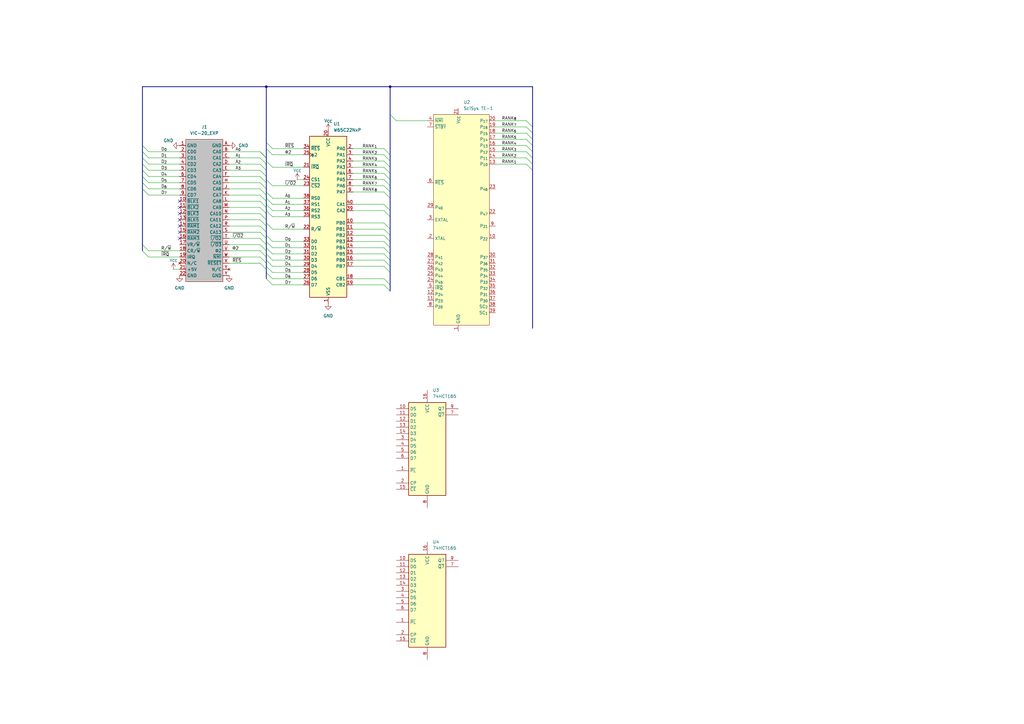
<source format=kicad_sch>
(kicad_sch (version 20250114) (generator "eeschema") (generator_version "9.0")
  (paper "A3")
  (title_block (title "Chess Processing Unit for VIC-20") (date "10/JAN/2026") (rev "WIP") (company "Brett Hallen"))
  (lib_symbols
    (symbol "65xx-library:W65C22NxP"
      (property "Reference" "U" (at 2.54 38.1 0))
      (property "Value" "W65C22NxP" (at 2.54 35.56 0))
      (symbol "W65C22NxP_0_1"
        (rectangle (start -7.62 33.02) (end 7.62 -33.02) (stroke (width 0.254)) (fill (type background)))
      )
      (symbol "W65C22NxP_1_1"
        (pin input line (at -10.16 27.94 0) (length 2.54) (name "~{RES}") (number "34"))
        (pin input clock (at -10.16 25.4 0) (length 2.54) (name "ϕ2") (number "25"))
        (pin open_collector line (at -10.16 20.32 0) (length 2.54) (name "~{IRQ}") (number "21"))
        (pin input line (at -10.16 15.24 0) (length 2.54) (name "CS1") (number "24"))
        (pin input line (at -10.16 12.7 0) (length 2.54) (name "~{CS2}") (number "23"))
        (pin input line (at -10.16 7.62 0) (length 2.54) (name "RS0") (number "38"))
        (pin input line (at -10.16 5.08 0) (length 2.54) (name "RS1") (number "37"))
        (pin input line (at -10.16 2.54 0) (length 2.54) (name "RS2") (number "36"))
        (pin input line (at -10.16 0 0) (length 2.54) (name "RS3") (number "35"))
        (pin input line (at -10.16 -5.08 0) (length 2.54) (name "R/~{W}") (number "22"))
        (pin bidirectional line (at -10.16 -10.16 0) (length 2.54) (name "D0") (number "33"))
        (pin bidirectional line (at -10.16 -12.7 0) (length 2.54) (name "D1") (number "32"))
        (pin bidirectional line (at -10.16 -15.24 0) (length 2.54) (name "D2") (number "31"))
        (pin bidirectional line (at -10.16 -17.78 0) (length 2.54) (name "D3") (number "30"))
        (pin bidirectional line (at -10.16 -20.32 0) (length 2.54) (name "D4") (number "29"))
        (pin bidirectional line (at -10.16 -22.86 0) (length 2.54) (name "D5") (number "28"))
        (pin bidirectional line (at -10.16 -25.4 0) (length 2.54) (name "D6") (number "27"))
        (pin bidirectional line (at -10.16 -27.94 0) (length 2.54) (name "D7") (number "26"))
        (pin power_in line (at 0 35.56 270) (length 2.54) (name "VCC") (number "20"))
        (pin power_in line (at 0 -35.56 90) (length 2.54) (name "VSS") (number "1"))
        (pin bidirectional line (at 10.16 27.94 180) (length 2.54) (name "PA0") (number "2"))
        (pin bidirectional line (at 10.16 25.4 180) (length 2.54) (name "PA1") (number "3"))
        (pin bidirectional line (at 10.16 22.86 180) (length 2.54) (name "PA2") (number "4"))
        (pin bidirectional line (at 10.16 20.32 180) (length 2.54) (name "PA3") (number "5"))
        (pin bidirectional line (at 10.16 17.78 180) (length 2.54) (name "PA4") (number "6"))
        (pin bidirectional line (at 10.16 15.24 180) (length 2.54) (name "PA5") (number "7"))
        (pin bidirectional line (at 10.16 12.7 180) (length 2.54) (name "PA6") (number "8"))
        (pin bidirectional line (at 10.16 10.16 180) (length 2.54) (name "PA7") (number "9"))
        (pin input line (at 10.16 5.08 180) (length 2.54) (name "CA1") (number "40"))
        (pin bidirectional line (at 10.16 2.54 180) (length 2.54) (name "CA2") (number "39"))
        (pin bidirectional line (at 10.16 -2.54 180) (length 2.54) (name "PB0") (number "10"))
        (pin bidirectional line (at 10.16 -5.08 180) (length 2.54) (name "PB1") (number "11"))
        (pin bidirectional line (at 10.16 -7.62 180) (length 2.54) (name "PB2") (number "12"))
        (pin bidirectional line (at 10.16 -10.16 180) (length 2.54) (name "PB3") (number "13"))
        (pin bidirectional line (at 10.16 -12.7 180) (length 2.54) (name "PB4") (number "14"))
        (pin bidirectional line (at 10.16 -15.24 180) (length 2.54) (name "PB5") (number "15"))
        (pin bidirectional line (at 10.16 -17.78 180) (length 2.54) (name "PB6") (number "16"))
        (pin bidirectional line (at 10.16 -20.32 180) (length 2.54) (name "PB7") (number "17"))
        (pin input line (at 10.16 -25.4 180) (length 2.54) (name "CB1") (number "18"))
        (pin bidirectional line (at 10.16 -27.94 180) (length 2.54) (name "CB2") (number "19"))
      )
    )
    (symbol "74xx:74LS165"
      (property "Reference" "U" (at -7.62 19.05 0))
      (property "Value" "74LS165" (at -7.62 -21.59 0))
      (symbol "74LS165_1_0"
        (pin input line (at -12.7 15.24 0) (length 5.08) (name "DS") (number "10"))
        (pin input line (at -12.7 12.7 0) (length 5.08) (name "D0") (number "11"))
        (pin input line (at -12.7 10.16 0) (length 5.08) (name "D1") (number "12"))
        (pin input line (at -12.7 7.62 0) (length 5.08) (name "D2") (number "13"))
        (pin input line (at -12.7 5.08 0) (length 5.08) (name "D3") (number "14"))
        (pin input line (at -12.7 2.54 0) (length 5.08) (name "D4") (number "3"))
        (pin input line (at -12.7 0 0) (length 5.08) (name "D5") (number "4"))
        (pin input line (at -12.7 -2.54 0) (length 5.08) (name "D6") (number "5"))
        (pin input line (at -12.7 -5.08 0) (length 5.08) (name "D7") (number "6"))
        (pin input line (at -12.7 -10.16 0) (length 5.08) (name "~{PL}") (number "1"))
        (pin input line (at -12.7 -15.24 0) (length 5.08) (name "CP") (number "2"))
        (pin input line (at -12.7 -17.78 0) (length 5.08) (name "~{CE}") (number "15"))
        (pin power_in line (at 0 22.86 270) (length 5.08) (name "VCC") (number "16"))
        (pin power_in line (at 0 -25.4 90) (length 5.08) (name "GND") (number "8"))
        (pin output line (at 12.7 15.24 180) (length 5.08) (name "Q7") (number "9"))
        (pin output line (at 12.7 12.7 180) (length 5.08) (name "~{Q7}") (number "7"))
      )
      (symbol "74LS165_1_1"
        (rectangle (start -7.62 17.78) (end 7.62 -20.32) (stroke (width 0.254)) (fill (type background)))
      )
    )
    (symbol "Clueless_Engineer:SciSys TE-1"
      (property "Reference" "U" (at -10.16 -2.54 0))
      (property "Value" "SciSys TE-1" (at 10.16 -2.54 0))
      (symbol "SciSys TE-1_1_1"
        (text_box "" (at -10.16 -5.08 0) (size 22.86 -86.36) (margins 1.016 1.016 1.016 1.016) (fill (type color) (color 255 255 194 1)) (effects (font (size 1.27 1.27)) (justify left top)))
        (pin input line (at -12.7 -7.62 0) (length 2.54) (name "~{NMI}") (number "4"))
        (pin input line (at -12.7 -10.16 0) (length 2.54) (name "~{STBY}") (number "7"))
        (pin input line (at -12.7 -33.02 0) (length 2.54) (name "~{RES}") (number "6"))
        (pin bidirectional line (at -12.7 -43.18 0) (length 2.54) (name "P_{40}") (number "29"))
        (pin passive line (at -12.7 -48.26 0) (length 2.54) (name "EXTAL") (number "3"))
        (pin passive line (at -12.7 -55.88 0) (length 2.54) (name "XTAL") (number "2"))
        (pin bidirectional line (at -12.7 -63.5 0) (length 2.54) (name "P_{41}") (number "28"))
        (pin bidirectional line (at -12.7 -66.04 0) (length 2.54) (name "P_{42}") (number "27"))
        (pin bidirectional line (at -12.7 -68.58 0) (length 2.54) (name "P_{43}") (number "26"))
        (pin bidirectional line (at -12.7 -71.12 0) (length 2.54) (name "P_{44}") (number "25"))
        (pin bidirectional line (at -12.7 -73.66 0) (length 2.54) (name "P_{45}") (number "24"))
        (pin input line (at -12.7 -76.2 0) (length 2.54) (name "~{IRQ}") (number "5"))
        (pin input line (at -12.7 -78.74 0) (length 2.54) (name "P_{24}") (number "12"))
        (pin input line (at -12.7 -81.28 0) (length 2.54) (name "P_{23}") (number "11"))
        (pin input line (at -12.7 -83.82 0) (length 2.54) (name "P_{20}") (number "8"))
        (pin power_in line (at 0 -2.54 270) (length 2.54) (name "V_{CC}") (number "21"))
        (pin power_in line (at 0 -93.98 90) (length 2.54) (name "GND") (number "1"))
        (pin bidirectional line (at 15.24 -7.62 180) (length 2.54) (name "P_{17}") (number "20"))
        (pin bidirectional line (at 15.24 -10.16 180) (length 2.54) (name "P_{16}") (number "19"))
        (pin bidirectional line (at 15.24 -12.7 180) (length 2.54) (name "P_{15}") (number "18"))
        (pin bidirectional line (at 15.24 -15.24 180) (length 2.54) (name "P_{14}") (number "17"))
        (pin bidirectional line (at 15.24 -17.78 180) (length 2.54) (name "P_{13}") (number "16"))
        (pin bidirectional line (at 15.24 -20.32 180) (length 2.54) (name "P_{12}") (number "15"))
        (pin bidirectional line (at 15.24 -22.86 180) (length 2.54) (name "P_{11}") (number "14"))
        (pin bidirectional line (at 15.24 -25.4 180) (length 2.54) (name "P_{10}") (number "13"))
        (pin bidirectional line (at 15.24 -35.56 180) (length 2.54) (name "P_{46}") (number "23"))
        (pin bidirectional line (at 15.24 -45.72 180) (length 2.54) (name "P_{47}") (number "22"))
        (pin bidirectional line (at 15.24 -50.8 180) (length 2.54) (name "P_{21}") (number "9"))
        (pin bidirectional line (at 15.24 -55.88 180) (length 2.54) (name "P_{22}") (number "10"))
        (pin bidirectional line (at 15.24 -63.5 180) (length 2.54) (name "P_{37}") (number "30"))
        (pin bidirectional line (at 15.24 -66.04 180) (length 2.54) (name "P_{36}") (number "31"))
        (pin bidirectional line (at 15.24 -68.58 180) (length 2.54) (name "P_{35}") (number "32"))
        (pin bidirectional line (at 15.24 -71.12 180) (length 2.54) (name "P_{34}") (number "33"))
        (pin bidirectional line (at 15.24 -73.66 180) (length 2.54) (name "P_{33}") (number "34"))
        (pin bidirectional line (at 15.24 -76.2 180) (length 2.54) (name "P_{32}") (number "35"))
        (pin bidirectional line (at 15.24 -78.74 180) (length 2.54) (name "P_{31}") (number "36"))
        (pin bidirectional line (at 15.24 -81.28 180) (length 2.54) (name "P_{30}") (number "37"))
        (pin output line (at 15.24 -83.82 180) (length 2.54) (name "SC_{2}") (number "38"))
        (pin input line (at 15.24 -86.36 180) (length 2.54) (name "SC_{1}") (number "39"))
      )
    )
    (symbol "Clueless_Engineer:VIC-20_EXP"
      (property "Reference" "J" (at -1.778 16.764 0))
      (property "Value" "VIC-20_EXP" (at -0.254 -45.466 0))
      (symbol "VIC-20_EXP_1_1"
        (rectangle (start -7.62 15.24) (end 7.62 -43.18) (fill (type color) (color 194 194 194 1)))
        (pin power_out line (at -10.16 12.7 0) (length 2.54) (name "GND") (number "1"))
        (pin bidirectional line (at -10.16 10.16 0) (length 2.54) (name "CD0") (number "2"))
        (pin bidirectional line (at -10.16 7.62 0) (length 2.54) (name "CD1") (number "3"))
        (pin bidirectional line (at -10.16 5.08 0) (length 2.54) (name "CD2") (number "4"))
        (pin bidirectional line (at -10.16 2.54 0) (length 2.54) (name "CD3") (number "5"))
        (pin bidirectional line (at -10.16 0 0) (length 2.54) (name "CD4") (number "6"))
        (pin bidirectional line (at -10.16 -2.54 0) (length 2.54) (name "CD5") (number "7"))
        (pin bidirectional line (at -10.16 -5.08 0) (length 2.54) (name "CD6") (number "8"))
        (pin bidirectional line (at -10.16 -7.62 0) (length 2.54) (name "CD7") (number "9"))
        (pin bidirectional line (at -10.16 -10.16 0) (length 2.54) (name "~{BLK1}") (number "10"))
        (pin bidirectional line (at -10.16 -12.7 0) (length 2.54) (name "~{BLK2}") (number "11"))
        (pin bidirectional line (at -10.16 -15.24 0) (length 2.54) (name "~{BLK3}") (number "12"))
        (pin bidirectional line (at -10.16 -17.78 0) (length 2.54) (name "~{BLK5}") (number "13"))
        (pin bidirectional line (at -10.16 -20.32 0) (length 2.54) (name "~{RAM1}") (number "14"))
        (pin bidirectional line (at -10.16 -22.86 0) (length 2.54) (name "~{RAM2}") (number "15"))
        (pin bidirectional line (at -10.16 -25.4 0) (length 2.54) (name "~{RAM3}") (number "16"))
        (pin bidirectional line (at -10.16 -27.94 0) (length 2.54) (name "VR/~{W}") (number "17"))
        (pin bidirectional line (at -10.16 -30.48 0) (length 2.54) (name "CR/~{W}") (number "18"))
        (pin bidirectional line (at -10.16 -33.02 0) (length 2.54) (name "IRQ") (number "19"))
        (pin no_connect line (at -10.16 -35.56 0) (length 2.54) (name "N/C") (number "20"))
        (pin power_out line (at -10.16 -38.1 0) (length 2.54) (name "+5V") (number "21"))
        (pin power_out line (at -10.16 -40.64 0) (length 2.54) (name "GND") (number "22"))
        (pin power_out line (at 10.16 12.7 180) (length 2.54) (name "GND") (number "A"))
        (pin bidirectional line (at 10.16 10.16 180) (length 2.54) (name "CA0") (number "B"))
        (pin bidirectional line (at 10.16 7.62 180) (length 2.54) (name "CA1") (number "C"))
        (pin bidirectional line (at 10.16 5.08 180) (length 2.54) (name "CA2") (number "D"))
        (pin bidirectional line (at 10.16 2.54 180) (length 2.54) (name "CA3") (number "E"))
        (pin bidirectional line (at 10.16 0 180) (length 2.54) (name "CA4") (number "F"))
        (pin bidirectional line (at 10.16 -2.54 180) (length 2.54) (name "CA5") (number "H"))
        (pin bidirectional line (at 10.16 -5.08 180) (length 2.54) (name "CA6") (number "J"))
        (pin bidirectional line (at 10.16 -7.62 180) (length 2.54) (name "CA7") (number "K"))
        (pin bidirectional line (at 10.16 -10.16 180) (length 2.54) (name "CA8") (number "L"))
        (pin bidirectional line (at 10.16 -12.7 180) (length 2.54) (name "CA9") (number "M"))
        (pin bidirectional line (at 10.16 -15.24 180) (length 2.54) (name "CA10") (number "N"))
        (pin bidirectional line (at 10.16 -17.78 180) (length 2.54) (name "CA11") (number "P"))
        (pin bidirectional line (at 10.16 -20.32 180) (length 2.54) (name "CA12") (number "R"))
        (pin bidirectional line (at 10.16 -22.86 180) (length 2.54) (name "CA13") (number "S"))
        (pin bidirectional line (at 10.16 -25.4 180) (length 2.54) (name "~{I/O2}") (number "T"))
        (pin bidirectional line (at 10.16 -27.94 180) (length 2.54) (name "~{I/O3}") (number "U"))
        (pin bidirectional line (at 10.16 -30.48 180) (length 2.54) (name "Φ2") (number "V"))
        (pin bidirectional line (at 10.16 -33.02 180) (length 2.54) (name "~{NMI}") (number "W"))
        (pin bidirectional line (at 10.16 -35.56 180) (length 2.54) (name "~{RESET}") (number "X"))
        (pin no_connect line (at 10.16 -38.1 180) (length 2.54) (name "N/C") (number "Y"))
        (pin power_out line (at 10.16 -40.64 180) (length 2.54) (name "GND") (number "Y"))
      )
    )
    (symbol "power:GND" (power) (pin_numbers (hide yes)) (pin_names (offset 0) (hide yes))
      (property "Value" "GND" (at 0 -3.81 0))
      (symbol "GND_0_1"
        (polyline (pts (xy 0 0) (xy 0 -1.27) (xy 1.27 -1.27) (xy 0 -2.54) (xy -1.27 -1.27) (xy 0 -1.27)))
      )
      (symbol "GND_1_1"
        (pin power_in line (at 0 0 270) (length 0) (name "~") (number "1"))
      )
    )
    (symbol "power:VCC" (power) (pin_numbers (hide yes)) (pin_names (offset 0) (hide yes))
      (property "Value" "VCC" (at 0 3.556 0))
      (symbol "VCC_0_1"
        (polyline (pts (xy -0.762 1.27) (xy 0 2.54)))
        (polyline (pts (xy 0 2.54) (xy 0.762 1.27)))
        (polyline (pts (xy 0 0) (xy 0 2.54)))
      )
      (symbol "VCC_1_1"
        (pin power_in line (at 0 0 90) (length 0) (name "~") (number "1"))
      )
    )
  )
  (junction (at 160.02 35.56))
  (junction (at 109.22 35.56))
  (no_connect (at 73.66 97.79))
  (no_connect (at 73.66 92.71))
  (no_connect (at 73.66 85.09))
  (no_connect (at 73.66 95.25))
  (no_connect (at 73.66 82.55))
  (no_connect (at 73.66 90.17))
  (no_connect (at 73.66 87.63))
  (bus_entry (at 215.9 64.77) (size 2.54 2.54))
  (bus_entry (at 106.68 107.95) (size 2.54 2.54))
  (bus_entry (at 58.42 59.69) (size 2.54 2.54))
  (bus_entry (at 106.68 69.85) (size 2.54 2.54))
  (bus_entry (at 109.22 86.36) (size 2.54 2.54))
  (bus_entry (at 58.42 102.87) (size 2.54 2.54))
  (bus_entry (at 160.02 46.99) (size 2.54 2.54))
  (bus_entry (at 157.48 106.68) (size 2.54 2.54))
  (bus_entry (at 106.68 105.41) (size 2.54 2.54))
  (bus_entry (at 109.22 99.06) (size 2.54 2.54))
  (bus_entry (at 109.22 111.76) (size 2.54 2.54))
  (bus_entry (at 58.42 72.39) (size 2.54 2.54))
  (bus_entry (at 109.22 96.52) (size 2.54 2.54))
  (bus_entry (at 157.48 71.12) (size 2.54 2.54))
  (bus_entry (at 157.48 86.36) (size 2.54 2.54))
  (bus_entry (at 157.48 96.52) (size 2.54 2.54))
  (bus_entry (at 157.48 99.06) (size 2.54 2.54))
  (bus_entry (at 58.42 74.93) (size 2.54 2.54))
  (bus_entry (at 58.42 77.47) (size 2.54 2.54))
  (bus_entry (at 215.9 67.31) (size 2.54 2.54))
  (bus_entry (at 157.48 116.84) (size 2.54 2.54))
  (bus_entry (at 109.22 109.22) (size 2.54 2.54))
  (bus_entry (at 106.68 95.25) (size 2.54 2.54))
  (bus_entry (at 157.48 109.22) (size 2.54 2.54))
  (bus_entry (at 157.48 60.96) (size 2.54 2.54))
  (bus_entry (at 157.48 68.58) (size 2.54 2.54))
  (bus_entry (at 157.48 93.98) (size 2.54 2.54))
  (bus_entry (at 109.22 104.14) (size 2.54 2.54))
  (bus_entry (at 106.68 102.87) (size 2.54 2.54))
  (bus_entry (at 106.68 64.77) (size 2.54 2.54))
  (bus_entry (at 215.9 49.53) (size 2.54 2.54))
  (bus_entry (at 109.22 101.6) (size 2.54 2.54))
  (bus_entry (at 157.48 66.04) (size 2.54 2.54))
  (bus_entry (at 106.68 97.79) (size 2.54 2.54))
  (bus_entry (at 109.22 73.66) (size 2.54 2.54))
  (bus_entry (at 58.42 64.77) (size 2.54 2.54))
  (bus_entry (at 109.22 91.44) (size 2.54 2.54))
  (bus_entry (at 106.68 62.23) (size 2.54 2.54))
  (bus_entry (at 109.22 83.82) (size 2.54 2.54))
  (bus_entry (at 109.22 106.68) (size 2.54 2.54))
  (bus_entry (at 106.68 77.47) (size 2.54 2.54))
  (bus_entry (at 106.68 85.09) (size 2.54 2.54))
  (bus_entry (at 157.48 104.14) (size 2.54 2.54))
  (bus_entry (at 106.68 62.23) (size 2.54 2.54))
  (bus_entry (at 157.48 83.82) (size 2.54 2.54))
  (bus_entry (at 157.48 91.44) (size 2.54 2.54))
  (bus_entry (at 157.48 76.2) (size 2.54 2.54))
  (bus_entry (at 157.48 63.5) (size 2.54 2.54))
  (bus_entry (at 215.9 57.15) (size 2.54 2.54))
  (bus_entry (at 109.22 81.28) (size 2.54 2.54))
  (bus_entry (at 215.9 52.07) (size 2.54 2.54))
  (bus_entry (at 58.42 100.33) (size 2.54 2.54))
  (bus_entry (at 106.68 80.01) (size 2.54 2.54))
  (bus_entry (at 106.68 67.31) (size 2.54 2.54))
  (bus_entry (at 109.22 78.74) (size 2.54 2.54))
  (bus_entry (at 157.48 101.6) (size 2.54 2.54))
  (bus_entry (at 109.22 66.04) (size 2.54 2.54))
  (bus_entry (at 109.22 60.96) (size 2.54 2.54))
  (bus_entry (at 157.48 78.74) (size 2.54 2.54))
  (bus_entry (at 106.68 92.71) (size 2.54 2.54))
  (bus_entry (at 106.68 72.39) (size 2.54 2.54))
  (bus_entry (at 109.22 114.3) (size 2.54 2.54))
  (bus_entry (at 157.48 73.66) (size 2.54 2.54))
  (bus_entry (at 157.48 114.3) (size 2.54 2.54))
  (bus_entry (at 106.68 82.55) (size 2.54 2.54))
  (bus_entry (at 106.68 87.63) (size 2.54 2.54))
  (bus_entry (at 215.9 59.69) (size 2.54 2.54))
  (bus_entry (at 58.42 69.85) (size 2.54 2.54))
  (bus_entry (at 58.42 67.31) (size 2.54 2.54))
  (bus_entry (at 106.68 90.17) (size 2.54 2.54))
  (bus_entry (at 215.9 54.61) (size 2.54 2.54))
  (bus_entry (at 109.22 58.42) (size 2.54 2.54))
  (bus_entry (at 58.42 62.23) (size 2.54 2.54))
  (bus_entry (at 215.9 62.23) (size 2.54 2.54))
  (bus_entry (at 106.68 74.93) (size 2.54 2.54))
  (bus_entry (at 106.68 100.33) (size 2.54 2.54))
  (bus (pts (xy 109.22 95.25) (xy 109.22 96.52)))
  (bus (pts (xy 160.02 78.74) (xy 160.02 81.28)))
  (bus (pts (xy 160.02 63.5) (xy 160.02 66.04)))
  (bus (pts (xy 160.02 88.9) (xy 160.02 93.98)))
  (bus (pts (xy 218.44 54.61) (xy 218.44 57.15)))
  (wire (pts (xy 60.96 67.31) (xy 73.66 67.31)))
  (bus (pts (xy 109.22 99.06) (xy 109.22 100.33)))
  (wire (pts (xy 144.78 86.36) (xy 157.48 86.36)))
  (bus (pts (xy 109.22 35.56) (xy 109.22 58.42)))
  (wire (pts (xy 144.78 93.98) (xy 157.48 93.98)))
  (wire (pts (xy 111.76 83.82) (xy 124.46 83.82)))
  (bus (pts (xy 109.22 78.74) (xy 109.22 80.01)))
  (bus (pts (xy 160.02 104.14) (xy 160.02 106.68)))
  (bus (pts (xy 109.22 104.14) (xy 109.22 105.41)))
  (wire (pts (xy 203.2 64.77) (xy 215.9 64.77)))
  (bus (pts (xy 109.22 82.55) (xy 109.22 83.82)))
  (bus (pts (xy 218.44 67.31) (xy 218.44 69.85)))
  (wire (pts (xy 144.78 71.12) (xy 157.48 71.12)))
  (wire (pts (xy 144.78 78.74) (xy 157.48 78.74)))
  (wire (pts (xy 60.96 102.87) (xy 73.66 102.87)))
  (wire (pts (xy 111.76 111.76) (xy 124.46 111.76)))
  (bus (pts (xy 109.22 107.95) (xy 109.22 109.22)))
  (bus (pts (xy 109.22 81.28) (xy 109.22 82.55)))
  (bus (pts (xy 109.22 110.49) (xy 109.22 111.76)))
  (bus (pts (xy 58.42 67.31) (xy 58.42 64.77)))
  (wire (pts (xy 111.76 76.2) (xy 124.46 76.2)))
  (wire (pts (xy 60.96 80.01) (xy 73.66 80.01)))
  (wire (pts (xy 93.98 100.33) (xy 106.68 100.33)))
  (bus (pts (xy 160.02 35.56) (xy 218.44 35.56)))
  (wire (pts (xy 93.98 69.85) (xy 106.68 69.85)))
  (bus (pts (xy 160.02 99.06) (xy 160.02 101.6)))
  (bus (pts (xy 218.44 59.69) (xy 218.44 62.23)))
  (wire (pts (xy 93.98 64.77) (xy 106.68 64.77)))
  (wire (pts (xy 93.98 87.63) (xy 106.68 87.63)))
  (bus (pts (xy 58.42 74.93) (xy 58.42 72.39)))
  (bus (pts (xy 109.22 83.82) (xy 109.22 85.09)))
  (wire (pts (xy 111.76 109.22) (xy 124.46 109.22)))
  (bus (pts (xy 109.22 111.76) (xy 109.22 114.3)))
  (bus (pts (xy 58.42 69.85) (xy 58.42 67.31)))
  (wire (pts (xy 111.76 106.68) (xy 124.46 106.68)))
  (wire (pts (xy 144.78 101.6) (xy 157.48 101.6)))
  (wire (pts (xy 203.2 52.07) (xy 215.9 52.07)))
  (bus (pts (xy 109.22 60.96) (xy 109.22 64.77)))
  (bus (pts (xy 58.42 72.39) (xy 58.42 69.85)))
  (wire (pts (xy 111.76 88.9) (xy 124.46 88.9)))
  (bus (pts (xy 109.22 80.01) (xy 109.22 81.28)))
  (bus (pts (xy 58.42 100.33) (xy 58.42 102.87)))
  (wire (pts (xy 144.78 68.58) (xy 157.48 68.58)))
  (bus (pts (xy 109.22 102.87) (xy 109.22 104.14)))
  (bus (pts (xy 109.22 72.39) (xy 109.22 73.66)))
  (bus (pts (xy 160.02 101.6) (xy 160.02 104.14)))
  (bus (pts (xy 109.22 73.66) (xy 109.22 74.93)))
  (bus (pts (xy 58.42 64.77) (xy 58.42 62.23)))
  (wire (pts (xy 144.78 76.2) (xy 157.48 76.2)))
  (wire (pts (xy 162.56 49.53) (xy 175.26 49.53)))
  (wire (pts (xy 144.78 83.82) (xy 157.48 83.82)))
  (wire (pts (xy 93.98 90.17) (xy 106.68 90.17)))
  (bus (pts (xy 58.42 35.56) (xy 58.42 59.69)))
  (wire (pts (xy 144.78 109.22) (xy 157.48 109.22)))
  (bus (pts (xy 160.02 111.76) (xy 160.02 116.84)))
  (wire (pts (xy 144.78 99.06) (xy 157.48 99.06)))
  (wire (pts (xy 60.96 69.85) (xy 73.66 69.85)))
  (bus (pts (xy 160.02 96.52) (xy 160.02 99.06)))
  (bus (pts (xy 218.44 52.07) (xy 218.44 54.61)))
  (bus (pts (xy 160.02 106.68) (xy 160.02 109.22)))
  (wire (pts (xy 203.2 57.15) (xy 215.9 57.15)))
  (wire (pts (xy 111.76 68.58) (xy 124.46 68.58)))
  (wire (pts (xy 60.96 64.77) (xy 73.66 64.77)))
  (wire (pts (xy 93.98 72.39) (xy 106.68 72.39)))
  (wire (pts (xy 71.12 110.49) (xy 73.66 110.49)))
  (bus (pts (xy 160.02 73.66) (xy 160.02 76.2)))
  (wire (pts (xy 111.76 93.98) (xy 124.46 93.98)))
  (bus (pts (xy 58.42 62.23) (xy 58.42 59.69)))
  (wire (pts (xy 144.78 116.84) (xy 157.48 116.84)))
  (bus (pts (xy 160.02 35.56) (xy 160.02 46.99)))
  (wire (pts (xy 144.78 60.96) (xy 157.48 60.96)))
  (bus (pts (xy 109.22 100.33) (xy 109.22 101.6)))
  (wire (pts (xy 93.98 102.87) (xy 106.68 102.87)))
  (bus (pts (xy 109.22 85.09) (xy 109.22 86.36)))
  (wire (pts (xy 111.76 101.6) (xy 124.46 101.6)))
  (bus (pts (xy 160.02 81.28) (xy 160.02 86.36)))
  (bus (pts (xy 160.02 66.04) (xy 160.02 68.58)))
  (bus (pts (xy 109.22 91.44) (xy 109.22 92.71)))
  (bus (pts (xy 109.22 105.41) (xy 109.22 106.68)))
  (bus (pts (xy 109.22 64.77) (xy 109.22 66.04)))
  (wire (pts (xy 111.76 104.14) (xy 124.46 104.14)))
  (bus (pts (xy 218.44 35.56) (xy 218.44 52.07)))
  (wire (pts (xy 111.76 86.36) (xy 124.46 86.36)))
  (bus (pts (xy 160.02 116.84) (xy 160.02 119.38)))
  (wire (pts (xy 93.98 62.23) (xy 106.68 62.23)))
  (wire (pts (xy 60.96 77.47) (xy 73.66 77.47)))
  (wire (pts (xy 144.78 114.3) (xy 157.48 114.3)))
  (wire (pts (xy 144.78 96.52) (xy 157.48 96.52)))
  (bus (pts (xy 109.22 96.52) (xy 109.22 97.79)))
  (wire (pts (xy 203.2 62.23) (xy 215.9 62.23)))
  (wire (pts (xy 93.98 74.93) (xy 106.68 74.93)))
  (wire (pts (xy 203.2 54.61) (xy 215.9 54.61)))
  (bus (pts (xy 58.42 35.56) (xy 109.22 35.56)))
  (bus (pts (xy 109.22 106.68) (xy 109.22 107.95)))
  (wire (pts (xy 203.2 49.53) (xy 215.9 49.53)))
  (bus (pts (xy 109.22 109.22) (xy 109.22 110.49)))
  (wire (pts (xy 60.96 105.41) (xy 73.66 105.41)))
  (wire (pts (xy 144.78 63.5) (xy 157.48 63.5)))
  (wire (pts (xy 111.76 116.84) (xy 124.46 116.84)))
  (bus (pts (xy 218.44 62.23) (xy 218.44 64.77)))
  (wire (pts (xy 93.98 67.31) (xy 106.68 67.31)))
  (bus (pts (xy 160.02 93.98) (xy 160.02 96.52)))
  (bus (pts (xy 218.44 69.85) (xy 218.44 134.62)))
  (wire (pts (xy 203.2 67.31) (xy 215.9 67.31)))
  (wire (pts (xy 93.98 77.47) (xy 106.68 77.47)))
  (wire (pts (xy 93.98 107.95) (xy 106.68 107.95)))
  (bus (pts (xy 160.02 109.22) (xy 160.02 111.76)))
  (bus (pts (xy 109.22 67.31) (xy 109.22 69.85)))
  (bus (pts (xy 58.42 77.47) (xy 58.42 74.93)))
  (wire (pts (xy 93.98 92.71) (xy 106.68 92.71)))
  (wire (pts (xy 144.78 104.14) (xy 157.48 104.14)))
  (wire (pts (xy 144.78 106.68) (xy 157.48 106.68)))
  (wire (pts (xy 93.98 82.55) (xy 106.68 82.55)))
  (bus (pts (xy 218.44 64.77) (xy 218.44 67.31)))
  (bus (pts (xy 109.22 66.04) (xy 109.22 67.31)))
  (bus (pts (xy 218.44 57.15) (xy 218.44 59.69)))
  (bus (pts (xy 160.02 71.12) (xy 160.02 73.66)))
  (bus (pts (xy 58.42 77.47) (xy 58.42 100.33)))
  (bus (pts (xy 160.02 76.2) (xy 160.02 78.74)))
  (bus (pts (xy 109.22 101.6) (xy 109.22 102.87)))
  (wire (pts (xy 93.98 97.79) (xy 106.68 97.79)))
  (wire (pts (xy 60.96 62.23) (xy 73.66 62.23)))
  (wire (pts (xy 111.76 60.96) (xy 124.46 60.96)))
  (wire (pts (xy 144.78 73.66) (xy 157.48 73.66)))
  (wire (pts (xy 93.98 95.25) (xy 106.68 95.25)))
  (bus (pts (xy 109.22 58.42) (xy 109.22 60.96)))
  (bus (pts (xy 109.22 92.71) (xy 109.22 95.25)))
  (bus (pts (xy 109.22 69.85) (xy 109.22 72.39)))
  (bus (pts (xy 109.22 90.17) (xy 109.22 91.44)))
  (wire (pts (xy 60.96 74.93) (xy 73.66 74.93)))
  (bus (pts (xy 109.22 74.93) (xy 109.22 77.47)))
  (bus (pts (xy 109.22 86.36) (xy 109.22 87.63)))
  (wire (pts (xy 111.76 63.5) (xy 124.46 63.5)))
  (wire (pts (xy 121.92 73.66) (xy 124.46 73.66)))
  (bus (pts (xy 109.22 35.56) (xy 160.02 35.56)))
  (wire (pts (xy 93.98 85.09) (xy 106.68 85.09)))
  (bus (pts (xy 109.22 97.79) (xy 109.22 99.06)))
  (wire (pts (xy 93.98 105.41) (xy 106.68 105.41)))
  (bus (pts (xy 160.02 46.99) (xy 160.02 63.5)))
  (wire (pts (xy 144.78 66.04) (xy 157.48 66.04)))
  (wire (pts (xy 203.2 59.69) (xy 215.9 59.69)))
  (wire (pts (xy 111.76 81.28) (xy 124.46 81.28)))
  (bus (pts (xy 109.22 87.63) (xy 109.22 90.17)))
  (wire (pts (xy 144.78 91.44) (xy 157.48 91.44)))
  (bus (pts (xy 160.02 68.58) (xy 160.02 71.12)))
  (bus (pts (xy 109.22 77.47) (xy 109.22 78.74)))
  (wire (pts (xy 111.76 99.06) (xy 124.46 99.06)))
  (bus (pts (xy 160.02 86.36) (xy 160.02 88.9)))
  (wire (pts (xy 111.76 114.3) (xy 124.46 114.3)))
  (wire (pts (xy 60.96 72.39) (xy 73.66 72.39)))
  (wire (pts (xy 93.98 80.01) (xy 106.68 80.01)))
  (label "RANK_{7}" (at 148.59 76.2 0))
  (label "~{I{slash}O2}" (at 95.25 97.79 0))
  (label "RANK_{7}" (at 205.74 52.07 0))
  (label "A_{1}" (at 96.52 64.77 0))
  (label "Φ2" (at 116.84 63.5 0))
  (label "A_{1}" (at 116.84 83.82 0))
  (label "RANK_{1}" (at 148.59 60.96 0))
  (label "~{IRQ}" (at 66.04 105.41 0))
  (label "D_{1}" (at 116.84 101.6 0))
  (label "D_{2}" (at 116.84 104.14 0))
  (label "RANK_{1}" (at 205.74 67.31 0))
  (label "D_{4}" (at 66.04 72.39 0))
  (label "~{I{slash}O2}" (at 116.84 76.2 0))
  (label "D_{1}" (at 66.04 64.77 0))
  (label "RANK_{8}" (at 148.59 78.74 0))
  (label "~{RES}" (at 95.25 107.95 0))
  (label "D_{7}" (at 116.84 116.84 0))
  (label "D_{0}" (at 116.84 99.06 0))
  (label "A_{2}" (at 116.84 86.36 0))
  (label "D_{5}" (at 116.84 111.76 0))
  (label "D_{4}" (at 116.84 109.22 0))
  (label "D_{2}" (at 66.04 67.31 0))
  (label "RANK_{4}" (at 148.59 68.58 0))
  (label "A_{3}" (at 116.84 88.9 0))
  (label "RANK_{6}" (at 148.59 73.66 0))
  (label "D_{3}" (at 116.84 106.68 0))
  (label "RANK_{6}" (at 205.74 54.61 0))
  (label "RANK_{2}" (at 148.59 63.5 0))
  (label "A_{2}" (at 96.52 67.31 0))
  (label "RANK_{5}" (at 148.59 71.12 0))
  (label "A_{3}" (at 96.52 69.85 0))
  (label "~{IRQ}" (at 116.84 68.58 0))
  (label "D_{6}" (at 116.84 114.3 0))
  (label "R{slash}~{W}" (at 66.04 102.87 0))
  (label "D_{0}" (at 66.04 62.23 0))
  (label "RANK_{3}" (at 148.59 66.04 0))
  (label "RANK_{8}" (at 205.74 49.53 0))
  (label "D_{7}" (at 66.04 80.01 0))
  (label "RANK_{5}" (at 205.74 57.15 0))
  (label "RANK_{3}" (at 205.74 62.23 0))
  (label "D_{6}" (at 66.04 77.47 0))
  (label "Φ2" (at 95.25 102.87 0))
  (label "D_{3}" (at 66.04 69.85 0))
  (label "R{slash}~{W}" (at 116.84 93.98 0))
  (label "~{RES}" (at 116.84 60.96 0))
  (label "A_{0}" (at 96.52 62.23 0))
  (label "D_{5}" (at 66.04 74.93 0))
  (label "A_{0}" (at 116.84 81.28 0))
  (label "RANK_{4}" (at 205.74 59.69 0))
  (label "RANK_{2}" (at 205.74 64.77 0))
  (symbol (lib_id "power:GND") (at 93.98 113.03 0) (unit 1)
    (property "Reference" "#PWR02" (effects (hide yes)))
    (property "Value" "GND" (at 93.98 118.11 0))
    (property "Description" "Power symbol creates a global label with name \"GND\" , ground" (effects (hide yes)))
  )
  (symbol (lib_id "Clueless_Engineer:VIC-20_EXP") (at 83.82 72.39 0) (unit 1)
    (property "Reference" "J1" (at 83.82 52.07 0))
    (property "Value" "VIC-20_EXP" (at 83.82 54.61 0))
  )
  (symbol (lib_id "power:GND") (at 93.98 59.69 90) (unit 1)
    (property "Reference" "#PWR04" (effects (hide yes)))
    (property "Value" "GND" (at 97.79 59.6899 90) (effects (justify right)))
    (property "Description" "Power symbol creates a global label with name \"GND\" , ground" (effects (hide yes)))
  )
  (symbol (lib_id "74xx:74LS165") (at 175.26 182.88 0) (unit 1)
    (property "Reference" "U3" (at 177.4033 160.02 0) (effects (justify left)))
    (property "Value" "74HCT165" (at 177.4033 162.56 0) (effects (justify left)))
    (property "Datasheet" "https://www.ti.com/lit/ds/symlink/sn74ls165a.pdf" (effects (hide yes)))
    (property "Description" "Shift Register 8-bit, parallel load" (effects (hide yes)))
  )
  (symbol (lib_id "65xx-library:W65C22NxP") (at 134.62 88.9 0) (unit 1)
    (property "Reference" "U1" (at 136.7633 50.8 0) (effects (justify left)))
    (property "Value" "W65C22NxP" (at 136.7633 53.34 0) (effects (justify left)))
    (property "Footprint" "Package_DIP:DIP-40_W15.24mm" (effects (hide yes)))
    (property "Datasheet" "http://www.westerndesigncenter.com/wdc/documentation/w65c22.pdf" (effects (hide yes)))
    (property "Description" "CMOS Versatile Interface Adapter (VIA), 20-pin I/O, 2 Timer/Counters, NMOS-Compatible, DIP-40" (effects (hide yes)))
  )
  (symbol (lib_id "power:VCC") (at 121.92 73.66 0) (unit 1)
    (property "Reference" "#PWR01" (effects (hide yes)))
    (property "Value" "V_{CC}" (at 121.92 69.85 0))
    (property "Description" "Power symbol creates a global label with name \"VCC\"" (effects (hide yes)))
  )
  (symbol (lib_id "power:VCC") (at 134.62 53.34 0) (unit 1)
    (property "Reference" "#PWR07" (effects (hide yes)))
    (property "Value" "V_{CC}" (at 134.62 49.53 0))
    (property "Description" "Power symbol creates a global label with name \"VCC\"" (effects (hide yes)))
  )
  (symbol (lib_id "power:GND") (at 134.62 124.46 0) (unit 1)
    (property "Reference" "#PWR08" (effects (hide yes)))
    (property "Value" "GND" (at 134.62 129.54 0))
    (property "Description" "Power symbol creates a global label with name \"GND\" , ground" (effects (hide yes)))
  )
  (symbol (lib_id "power:VCC") (at 71.12 110.49 0) (unit 1)
    (property "Reference" "#PWR06" (effects (hide yes)))
    (property "Value" "V_{CC}" (at 71.12 106.68 0))
    (property "Description" "Power symbol creates a global label with name \"VCC\"" (effects (hide yes)))
  )
  (symbol (lib_id "power:GND") (at 73.66 113.03 0) (unit 1)
    (property "Reference" "#PWR03" (effects (hide yes)))
    (property "Value" "GND" (at 73.66 118.11 0))
    (property "Description" "Power symbol creates a global label with name \"GND\" , ground" (effects (hide yes)))
  )
  (symbol (lib_id "74xx:74LS165") (at 175.26 245.11 0) (unit 1)
    (property "Reference" "U4" (at 177.4033 222.25 0) (effects (justify left)))
    (property "Value" "74HCT165" (at 177.4033 224.79 0) (effects (justify left)))
    (property "Datasheet" "https://www.ti.com/lit/ds/symlink/sn74ls165a.pdf" (effects (hide yes)))
    (property "Description" "Shift Register 8-bit, parallel load" (effects (hide yes)))
  )
  (symbol (lib_id "Clueless_Engineer:SciSys TE-1") (at 187.96 41.91 0) (unit 1)
    (property "Reference" "U2" (at 190.1033 41.91 0) (effects (justify left)))
    (property "Value" "SciSys TE-1" (at 190.1033 44.45 0) (effects (justify left)))
    (property "Footprint" "Package_DIP:DIP-40_W15.24mm" (effects (hide yes)))
    (property "Description" "Hitachi HD6301" (effects (hide yes)))
  )
  (symbol (lib_id "power:GND") (at 73.66 59.69 270) (unit 1)
    (property "Reference" "#PWR05" (effects (hide yes)))
    (property "Value" "GND" (at 71.12 57.658 90) (effects (justify right)))
    (property "Description" "Power symbol creates a global label with name \"GND\" , ground" (effects (hide yes)))
  )
)
</source>
